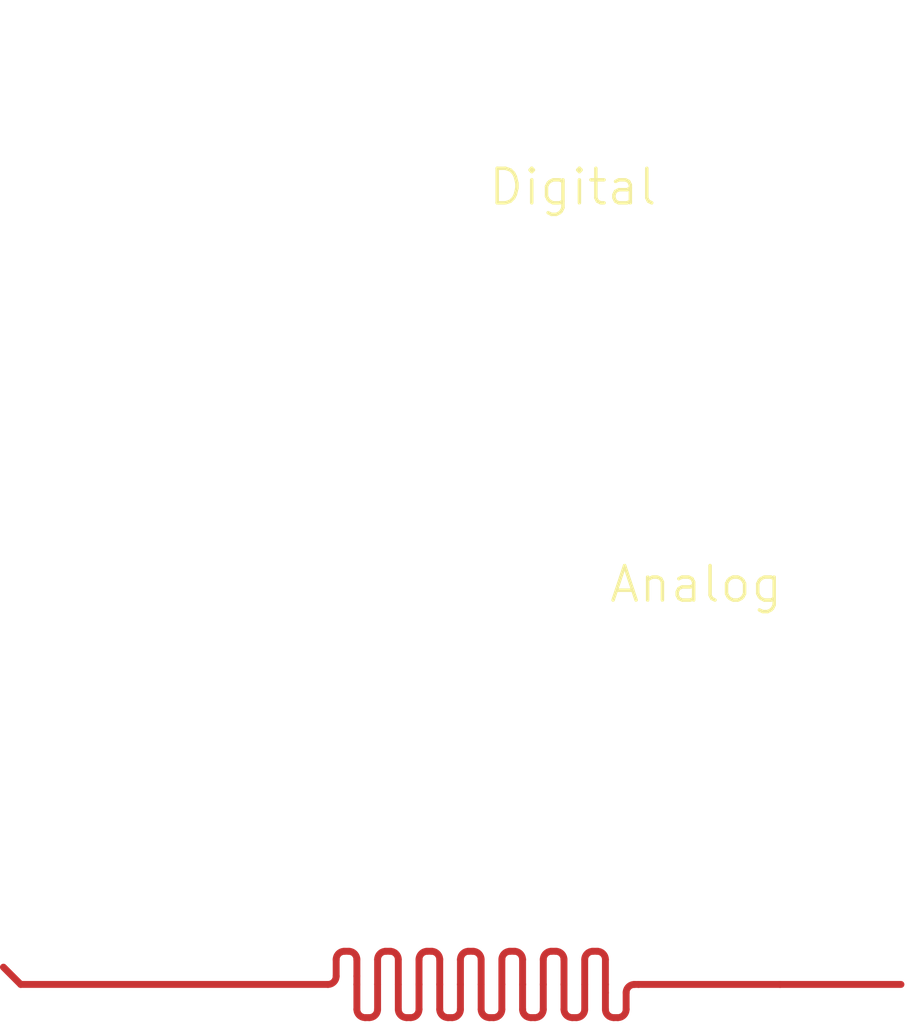
<source format=kicad_pcb>
(kicad_pcb
	(version 20240108)
	(generator "pcbnew")
	(generator_version "8.0")
	(general
		(thickness 1.6)
		(legacy_teardrops no)
	)
	(paper "A4")
	(layers
		(0 "F.Cu" signal)
		(1 "In1.Cu" signal)
		(2 "In2.Cu" signal)
		(31 "B.Cu" signal)
		(32 "B.Adhes" user "B.Adhesive")
		(33 "F.Adhes" user "F.Adhesive")
		(34 "B.Paste" user)
		(35 "F.Paste" user)
		(36 "B.SilkS" user "B.Silkscreen")
		(37 "F.SilkS" user "F.Silkscreen")
		(38 "B.Mask" user)
		(39 "F.Mask" user)
		(40 "Dwgs.User" user "User.Drawings")
		(41 "Cmts.User" user "User.Comments")
		(42 "Eco1.User" user "User.Eco1")
		(43 "Eco2.User" user "User.Eco2")
		(44 "Edge.Cuts" user)
		(45 "Margin" user)
		(46 "B.CrtYd" user "B.Courtyard")
		(47 "F.CrtYd" user "F.Courtyard")
		(48 "B.Fab" user)
		(49 "F.Fab" user)
		(50 "User.1" user)
		(51 "User.2" user)
		(52 "User.3" user)
		(53 "User.4" user)
		(54 "User.5" user)
		(55 "User.6" user)
		(56 "User.7" user)
		(57 "User.8" user)
		(58 "User.9" user)
	)
	(setup
		(stackup
			(layer "F.SilkS"
				(type "Top Silk Screen")
			)
			(layer "F.Paste"
				(type "Top Solder Paste")
			)
			(layer "F.Mask"
				(type "Top Solder Mask")
				(thickness 0.01)
			)
			(layer "F.Cu"
				(type "copper")
				(thickness 0.035)
			)
			(layer "dielectric 1"
				(type "prepreg")
				(thickness 0.1)
				(material "FR4")
				(epsilon_r 4.5)
				(loss_tangent 0.02)
			)
			(layer "In1.Cu"
				(type "copper")
				(thickness 0.035)
			)
			(layer "dielectric 2"
				(type "core")
				(thickness 1.24)
				(material "FR4")
				(epsilon_r 4.5)
				(loss_tangent 0.02)
			)
			(layer "In2.Cu"
				(type "copper")
				(thickness 0.035)
			)
			(layer "dielectric 3"
				(type "prepreg")
				(thickness 0.1)
				(material "FR4")
				(epsilon_r 4.5)
				(loss_tangent 0.02)
			)
			(layer "B.Cu"
				(type "copper")
				(thickness 0.035)
			)
			(layer "B.Mask"
				(type "Bottom Solder Mask")
				(thickness 0.01)
			)
			(layer "B.Paste"
				(type "Bottom Solder Paste")
			)
			(layer "B.SilkS"
				(type "Bottom Silk Screen")
			)
			(copper_finish "None")
			(dielectric_constraints no)
		)
		(pad_to_mask_clearance 0)
		(allow_soldermask_bridges_in_footprints no)
		(pcbplotparams
			(layerselection 0x00010fc_ffffffff)
			(plot_on_all_layers_selection 0x0000000_00000000)
			(disableapertmacros no)
			(usegerberextensions no)
			(usegerberattributes yes)
			(usegerberadvancedattributes yes)
			(creategerberjobfile yes)
			(dashed_line_dash_ratio 12.000000)
			(dashed_line_gap_ratio 3.000000)
			(svgprecision 4)
			(plotframeref no)
			(viasonmask no)
			(mode 1)
			(useauxorigin no)
			(hpglpennumber 1)
			(hpglpenspeed 20)
			(hpglpendiameter 15.000000)
			(pdf_front_fp_property_popups yes)
			(pdf_back_fp_property_popups yes)
			(dxfpolygonmode yes)
			(dxfimperialunits yes)
			(dxfusepcbnewfont yes)
			(psnegative no)
			(psa4output no)
			(plotreference yes)
			(plotvalue yes)
			(plotfptext yes)
			(plotinvisibletext no)
			(sketchpadsonfab no)
			(subtractmaskfromsilk no)
			(outputformat 1)
			(mirror no)
			(drillshape 1)
			(scaleselection 1)
			(outputdirectory "")
		)
	)
	(net 0 "")
	(net 1 "GND")
	(gr_text "Digital"
		(at 109.5 -48 0)
		(layer "F.SilkS")
		(uuid "2af9ce1a-333e-44a9-8744-170f4f3cd209")
		(effects
			(font
				(size 1 1)
				(thickness 0.1)
			)
			(justify left bottom)
		)
	)
	(gr_text "Analog"
		(at 113 -36.5 0)
		(layer "F.SilkS")
		(uuid "321bfd69-bc69-4a37-84dd-da04b0aa469d")
		(effects
			(font
				(size 1 1)
				(thickness 0.1)
			)
			(justify left bottom)
		)
	)
	(segment
		(start 112.938647 -25.26)
		(end 112.938647 -24.779853)
		(width 0.2)
		(layer "F.Cu")
		(net 0)
		(uuid "055d6714-c21d-4fa2-b7ec-3eb3d0b31109")
	)
	(segment
		(start 110.538647 -26.220149)
		(end 110.538647 -25.5)
		(width 0.2)
		(layer "F.Cu")
		(net 0)
		(uuid "0af5ad13-2546-47c1-bb30-f3e52b45ae1e")
	)
	(segment
		(start 109.938647 -24.779852)
		(end 109.938647 -25.5)
		(width 0.2)
		(layer "F.Cu")
		(net 0)
		(uuid "0c40d884-0460-4668-a0df-4cdd21bb7949")
	)
	(segment
		(start 112.338647 -25.5)
		(end 112.338647 -26.220156)
		(width 0.2)
		(layer "F.Cu")
		(net 0)
		(uuid "0e3ad662-a29c-41ea-9d8d-2793b97e6070")
	)
	(segment
		(start 105.978647 -24.539851)
		(end 106.098647 -24.539851)
		(width 0.2)
		(layer "F.Cu")
		(net 0)
		(uuid "1050232c-7c4f-4408-9ad2-efe42186c794")
	)
	(segment
		(start 107.178647 -24.539851)
		(end 107.298647 -24.539851)
		(width 0.2)
		(layer "F.Cu")
		(net 0)
		(uuid "106ef8d8-fa6b-4758-abd3-c95ed90cc192")
	)
	(segment
		(start 106.578647 -26.460149)
		(end 106.698647 -26.460149)
		(width 0.2)
		(layer "F.Cu")
		(net 0)
		(uuid "12aeb92a-0ebc-4f9f-b59f-27f8f6e81da7")
	)
	(segment
		(start 112.338647 -24.779852)
		(end 112.338647 -25.5)
		(width 0.2)
		(layer "F.Cu")
		(net 0)
		(uuid "14492ee7-7330-4fa3-b07c-c1d4c37b1ce0")
	)
	(segment
		(start 111.978647 -24.539852)
		(end 112.098647 -24.539852)
		(width 0.2)
		(layer "F.Cu")
		(net 0)
		(uuid "24ee4e62-b96d-4625-ae28-c59b5d6d1371")
	)
	(segment
		(start 107.778647 -26.460149)
		(end 107.898647 -26.460149)
		(width 0.2)
		(layer "F.Cu")
		(net 0)
		(uuid "27cef8af-1189-4c3d-9470-ea568d7377ee")
	)
	(segment
		(start 106.338647 -24.779851)
		(end 106.338647 -25.5)
		(width 0.2)
		(layer "F.Cu")
		(net 0)
		(uuid "28d0e607-c552-4140-8db4-90063316e8d7")
	)
	(segment
		(start 108.138647 -26.220149)
		(end 108.138647 -25.5)
		(width 0.2)
		(layer "F.Cu")
		(net 0)
		(uuid "2992eb4c-9f5f-4cd7-aab8-9c7b1acdc4c1")
	)
	(segment
		(start 96 -25.5)
		(end 104.898647 -25.5)
		(width 0.2)
		(layer "F.Cu")
		(net 0)
		(uuid "355123e1-aa6c-4889-9765-2c082bf361ec")
	)
	(segment
		(start 107.538647 -24.779851)
		(end 107.538647 -25.5)
		(width 0.2)
		(layer "F.Cu")
		(net 0)
		(uuid "360b9aca-e0b3-40e8-950c-a1117b2e6f39")
	)
	(segment
		(start 105.738647 -26.220149)
		(end 105.738647 -25.74)
		(width 0.2)
		(layer "F.Cu")
		(net 0)
		(uuid "389469de-5fbf-470f-8b21-4289c814fca3")
	)
	(segment
		(start 110.538647 -25.5)
		(end 110.538647 -24.779852)
		(width 0.2)
		(layer "F.Cu")
		(net 0)
		(uuid "4766d5d7-d5ba-44a1-a5d4-038e7464d0ae")
	)
	(segment
		(start 106.938647 -26.220149)
		(end 106.938647 -25.5)
		(width 0.2)
		(layer "F.Cu")
		(net 0)
		(uuid "48a3ba34-4bd9-4cdf-a805-2b3c947f60c6")
	)
	(segment
		(start 112.938647 -25.5)
		(end 112.938647 -25.26)
		(width 0.2)
		(layer "F.Cu")
		(net 0)
		(uuid "493b1993-ef24-4abc-a5d8-d949ae6b892b")
	)
	(segment
		(start 111.138647 -25.5)
		(end 111.138647 -26.220149)
		(width 0.2)
		(layer "F.Cu")
		(net 0)
		(uuid "4def3bb7-06aa-40f8-acdf-d214ba1f13e6")
	)
	(segment
		(start 113.538647 -24.779853)
		(end 113.538647 -25.26)
		(width 0.2)
		(layer "F.Cu")
		(net 0)
		(uuid "4e69bd8e-0588-4984-a93c-289337b2a1c6")
	)
	(segment
		(start 110.778647 -24.539852)
		(end 110.898647 -24.539852)
		(width 0.2)
		(layer "F.Cu")
		(net 0)
		(uuid "5dd84b8e-a823-4316-8e0f-2a4e220c4e8b")
	)
	(segment
		(start 106.338647 -25.5)
		(end 106.338647 -26.220149)
		(width 0.2)
		(layer "F.Cu")
		(net 0)
		(uuid "5e566e2e-56e8-4531-804c-12a9aa508e74")
	)
	(segment
		(start 109.338647 -25.5)
		(end 109.338647 -24.779852)
		(width 0.2)
		(layer "F.Cu")
		(net 0)
		(uuid "63113bc6-37f4-4809-a0f0-9da263781baf")
	)
	(segment
		(start 105.738647 -25.5)
		(end 105.738647 -24.779851)
		(width 0.2)
		(layer "F.Cu")
		(net 0)
		(uuid "6786c780-30d2-4c75-9c41-a1126a7a66a7")
	)
	(segment
		(start 113.778647 -25.5)
		(end 113.898647 -25.5)
		(width 0.2)
		(layer "F.Cu")
		(net 0)
		(uuid "77911e12-75d0-4296-80d8-8880e88257c4")
	)
	(segment
		(start 108.738647 -24.779852)
		(end 108.738647 -25.5)
		(width 0.2)
		(layer "F.Cu")
		(net 0)
		(uuid "79c1e956-7858-4295-aa6d-a2664d4dc2b9")
	)
	(segment
		(start 109.938647 -25.5)
		(end 109.938647 -26.220149)
		(width 0.2)
		(layer "F.Cu")
		(net 0)
		(uuid "80b800cb-3678-4351-83ef-97ba083fe084")
	)
	(segment
		(start 109.338647 -26.220149)
		(end 109.338647 -25.5)
		(width 0.2)
		(layer "F.Cu")
		(net 0)
		(uuid "8666f082-c5ff-40fc-b810-76210bcdd63b")
	)
	(segment
		(start 106.938647 -25.5)
		(end 106.938647 -24.779851)
		(width 0.2)
		(layer "F.Cu")
		(net 0)
		(uuid "8efbabce-b8c0-4952-9350-56653e278db0")
	)
	(segment
		(start 95.5 -26)
		(end 96 -25.5)
		(width 0.2)
		(layer "F.Cu")
		(net 0)
		(uuid "969c36f1-9dd4-4148-88f8-48c58baa33cb")
	)
	(segment
		(start 108.738647 -25.5)
		(end 108.738647 -26.220149)
		(width 0.2)
		(layer "F.Cu")
		(net 0)
		(uuid "a2e19dba-2950-4d21-9c59-de242f0bb11d")
	)
	(segment
		(start 111.738647 -26.220149)
		(end 111.738647 -25.5)
		(width 0.2)
		(layer "F.Cu")
		(net 0)
		(uuid "addbc89c-eea1-4347-b5a6-66d8494d2fe1")
	)
	(segment
		(start 107.538647 -25.5)
		(end 107.538647 -26.220149)
		(width 0.2)
		(layer "F.Cu")
		(net 0)
		(uuid "b1d54405-3ced-4b6b-98ab-42d25d6e01cb")
	)
	(segment
		(start 108.138647 -25.5)
		(end 108.138647 -24.779852)
		(width 0.2)
		(layer "F.Cu")
		(net 0)
		(uuid "b3748e43-fc7e-4c0a-ae8a-6c971b4ebfe7")
	)
	(segment
		(start 111.378647 -26.460149)
		(end 111.498647 -26.460149)
		(width 0.2)
		(layer "F.Cu")
		(net 0)
		(uuid "b6665730-b5ef-4825-b04d-ab14ad429ba6")
	)
	(segment
		(start 111.738647 -25.5)
		(end 111.738647 -24.779852)
		(width 0.2)
		(layer "F.Cu")
		(net 0)
		(uuid "b99fbba5-4a71-4f9d-90b8-344af685daaf")
	)
	(segment
		(start 118 -25.5)
		(end 121.5 -25.5)
		(width 0.2)
		(layer "F.Cu")
		(net 0)
		(uuid "bc50c7a4-e170-4685-a665-c73be291abad")
	)
	(segment
		(start 113.898647 -25.5)
		(end 118 -25.5)
		(width 0.2)
		(layer "F.Cu")
		(net 0)
		(uuid "c10ffad0-5a0e-4322-bce7-4af092737c56")
	)
	(segment
		(start 105.138647 -25.74)
		(end 105.138647 -26.220149)
		(width 0.2)
		(layer "F.Cu")
		(net 0)
		(uuid "c9aa19d3-aece-4540-9ff4-694fc1e4d8ca")
	)
	(segment
		(start 113.178647 -24.539853)
		(end 113.298647 -24.539853)
		(width 0.2)
		(layer "F.Cu")
		(net 0)
		(uuid "d22219b9-07af-4f40-a3c1-12c52fd6b8e5")
	)
	(segment
		(start 111.138647 -24.779852)
		(end 111.138647 -25.5)
		(width 0.2)
		(layer "F.Cu")
		(net 0)
		(uuid "d5e7905e-8db1-401f-8319-9c3e24cbe46c")
	)
	(segment
		(start 108.378647 -24.539852)
		(end 108.498647 -24.539852)
		(width 0.2)
		(layer "F.Cu")
		(net 0)
		(uuid "d6260dda-039c-43a1-b9a0-c3d7792471b8")
	)
	(segment
		(start 105.378647 -26.460149)
		(end 105.498647 -26.460149)
		(width 0.2)
		(layer "F.Cu")
		(net 0)
		(uuid "d746f106-961e-43c3-9147-14f458a39abe")
	)
	(segment
		(start 112.938647 -26.220156)
		(end 112.938647 -25.5)
		(width 0.2)
		(layer "F.Cu")
		(net 0)
		(uuid "d946586c-8aa9-46cd-a71a-b55932e16a3a")
	)
	(segment
		(start 108.978647 -26.460149)
		(end 109.098647 -26.460149)
		(width 0.2)
		(layer "F.Cu")
		(net 0)
		(uuid "e7d53b20-05e6-4bb8-9e2f-96880bf7dde8")
	)
	(segment
		(start 109.578647 -24.539852)
		(end 109.698647 -24.539852)
		(width 0.2)
		(layer "F.Cu")
		(net 0)
		(uuid "eda102f7-3801-406b-81fd-4afc115926ac")
	)
	(segment
		(start 110.178647 -26.460149)
		(end 110.298647 -26.460149)
		(width 0.2)
		(layer "F.Cu")
		(net 0)
		(uuid "f2978777-041c-40b5-97da-9ddc614d2f30")
	)
	(segment
		(start 112.578647 -26.460156)
		(end 112.698647 -26.460156)
		(width 0.2)
		(layer "F.Cu")
		(net 0)
		(uuid "fb8d6951-28f1-4eb2-9cdc-33c666b77d56")
	)
	(segment
		(start 105.738647 -25.74)
		(end 105.738647 -25.5)
		(width 0.2)
		(layer "F.Cu")
		(net 0)
		(uuid "fe2ede29-04a6-463d-9b09-725b5707248c")
	)
	(arc
		(start 110.298647 -26.460149)
		(mid 110.468353 -26.389855)
		(end 110.538647 -26.220149)
		(width 0.2)
		(layer "F.Cu")
		(net 0)
		(uuid "12b7022c-00a1-4865-9a51-0ba62c9c27a9")
	)
	(arc
		(start 113.538647 -25.26)
		(mid 113.608941 -25.429706)
		(end 113.778647 -25.5)
		(width 0.2)
		(layer "F.Cu")
		(net 0)
		(uuid "29579373-90f4-4d0d-99e7-78dbcabe14cb")
	)
	(arc
		(start 107.538647 -26.220149)
		(mid 107.608941 -26.389855)
		(end 107.778647 -26.460149)
		(width 0.2)
		(layer "F.Cu")
		(net 0)
		(uuid "33fa2f27-a259-4242-b128-adaf90b6ad5f")
	)
	(arc
		(start 113.298647 -24.539853)
		(mid 113.468353 -24.610147)
		(end 113.538647 -24.779853)
		(width 0.2)
		(layer "F.Cu")
		(net 0)
		(uuid "3a79cd31-3675-4b48-acde-62c3a1e788f1")
	)
	(arc
		(start 112.698647 -26.460156)
		(mid 112.868353 -26.389862)
		(end 112.938647 -26.220156)
		(width 0.2)
		(layer "F.Cu")
		(net 0)
		(uuid "4107e612-d293-445e-bd6e-f7c81fbeee55")
	)
	(arc
		(start 106.698647 -26.460149)
		(mid 106.868353 -26.389855)
		(end 106.938647 -26.220149)
		(width 0.2)
		(layer "F.Cu")
		(net 0)
		(uuid "42dde85f-96e2-4b8e-ab3f-08b85a7dec7d")
	)
	(arc
		(start 112.938647 -24.779853)
		(mid 113.008941 -24.610147)
		(end 113.178647 -24.539853)
		(width 0.2)
		(layer "F.Cu")
		(net 0)
		(uuid "46c47e72-3d32-46c4-9e13-90852ad8c657")
	)
	(arc
		(start 112.098647 -24.539852)
		(mid 112.268353 -24.610146)
		(end 112.338647 -24.779852)
		(width 0.2)
		(layer "F.Cu")
		(net 0)
		(uuid "4aac7d8a-3759-48e7-9739-af78cc8bf63c")
	)
	(arc
		(start 110.538647 -24.779852)
		(mid 110.608941 -24.610146)
		(end 110.778647 -24.539852)
		(width 0.2)
		(layer "F.Cu")
		(net 0)
		(uuid "4ae21c7a-d683-4c52-aa68-9dc6d6513a3d")
	)
	(arc
		(start 105.138647 -26.220149)
		(mid 105.208941 -26.389855)
		(end 105.378647 -26.460149)
		(width 0.2)
		(layer "F.Cu")
		(net 0)
		(uuid "53007ee8-8f35-44da-80b1-dbb9674d7276")
	)
	(arc
		(start 112.338647 -26.220156)
		(mid 112.408941 -26.389862)
		(end 112.578647 -26.460156)
		(width 0.2)
		(layer "F.Cu")
		(net 0)
		(uuid "550e0cc1-5073-4078-baf8-707dfff0cca1")
	)
	(arc
		(start 109.098647 -26.460149)
		(mid 109.268353 -26.389855)
		(end 109.338647 -26.220149)
		(width 0.2)
		(layer "F.Cu")
		(net 0)
		(uuid "5a8c5708-6ae5-48a6-88c4-d027a5cce30d")
	)
	(arc
		(start 111.138647 -26.220149)
		(mid 111.208941 -26.389855)
		(end 111.378647 -26.460149)
		(width 0.2)
		(layer "F.Cu")
		(net 0)
		(uuid "7f301976-bd17-4bab-8b31-f5f355bc5619")
	)
	(arc
		(start 107.898647 -26.460149)
		(mid 108.068353 -26.389855)
		(end 108.138647 -26.220149)
		(width 0.2)
		(layer "F.Cu")
		(net 0)
		(uuid "82dde1d0-020c-472b-a74b-7edc72862ab4")
	)
	(arc
		(start 109.938647 -26.220149)
		(mid 110.008941 -26.389855)
		(end 110.178647 -26.460149)
		(width 0.2)
		(layer "F.Cu")
		(net 0)
		(uuid "9efc73aa-e8d8-4ff6-ae06-2cf3d3419860")
	)
	(arc
		(start 104.898647 -25.5)
		(mid 105.068353 -25.570294)
		(end 105.138647 -25.74)
		(width 0.2)
		(layer "F.Cu")
		(net 0)
		(uuid "a10255d4-6f7d-4b95-846b-d0a99fb05a10")
	)
	(arc
		(start 111.498647 -26.460149)
		(mid 111.668353 -26.389855)
		(end 111.738647 -26.220149)
		(width 0.2)
		(layer "F.Cu")
		(net 0)
		(uuid "a183be77-787d-42be-9718-430b347165e1")
	)
	(arc
		(start 107.298647 -24.539851)
		(mid 107.468353 -24.610145)
		(end 107.538647 -24.779851)
		(width 0.2)
		(layer "F.Cu")
		(net 0)
		(uuid "ac7a3c0c-fee1-4e6b-a412-d9ed1ae4cb65")
	)
	(arc
		(start 110.898647 -24.539852)
		(mid 111.068353 -24.610146)
		(end 111.138647 -24.779852)
		(width 0.2)
		(layer "F.Cu")
		(net 0)
		(uuid "b1d53f1f-7ad3-4010-8893-358b6df809ef")
	)
	(arc
		(start 108.498647 -24.539852)
		(mid 108.668353 -24.610146)
		(end 108.738647 -24.779852)
		(width 0.2)
		(layer "F.Cu")
		(net 0)
		(uuid "b546a86e-fedd-4ff0-aa27-47bb066d23b0")
	)
	(arc
		(start 105.738647 -24.779851)
		(mid 105.808941 -24.610145)
		(end 105.978647 -24.539851)
		(width 0.2)
		(layer "F.Cu")
		(net 0)
		(uuid "b966ce39-4bfb-41f4-92e6-8da8f3226948")
	)
	(arc
		(start 111.738647 -24.779852)
		(mid 111.808941 -24.610146)
		(end 111.978647 -24.539852)
		(width 0.2)
		(layer "F.Cu")
		(net 0)
		(uuid "b9acbac7-ba69-4454-be63-716b1510c307")
	)
	(arc
		(start 109.698647 -24.539852)
		(mid 109.868353 -24.610146)
		(end 109.938647 -24.779852)
		(width 0.2)
		(layer "F.Cu")
		(net 0)
		(uuid "bb21014c-efec-4450-92d7-173d8b910952")
	)
	(arc
		(start 106.098647 -24.539851)
		(mid 106.268353 -24.610145)
		(end 106.338647 -24.779851)
		(width 0.2)
		(layer "F.Cu")
		(net 0)
		(uuid "cbc094fb-2b78-42f1-8b51-f6a6431331d8")
	)
	(arc
		(start 106.338647 -26.220149)
		(mid 106.408941 -26.389855)
		(end 106.578647 -26.460149)
		(width 0.2)
		(layer "F.Cu")
		(net 0)
		(uuid "ce3aa1fa-5acc-41e9-8437-c32cb1489d4c")
	)
	(arc
		(start 109.338647 -24.779852)
		(mid 109.408941 -24.610146)
		(end 109.578647 -24.539852)
		(width 0.2)
		(layer "F.Cu")
		(net 0)
		(uuid "d949a99f-4ad3-4d4e-a30a-a8305e24ab2a")
	)
	(arc
		(start 108.138647 -24.779852)
		(mid 108.208941 -24.610146)
		(end 108.378647 -24.539852)
		(width 0.2)
		(layer "F.Cu")
		(net 0)
		(uuid "dba9be0f-c99b-49f5-8f8d-4a3e1764314f")
	)
	(arc
		(start 105.498647 -26.460149)
		(mid 105.668353 -26.389855)
		(end 105.738647 -26.220149)
		(width 0.2)
		(layer "F.Cu")
		(net 0)
		(uuid "f1aacd4f-2459-4fa0-80c1-7725dc58a7b9")
	)
	(arc
		(start 106.938647 -24.779851)
		(mid 107.008941 -24.610145)
		(end 107.178647 -24.539851)
		(width 0.2)
		(layer "F.Cu")
		(net 0)
		(uuid "f23e6525-1007-420f-961e-eeed5ef2df7c")
	)
	(arc
		(start 108.738647 -26.220149)
		(mid 108.808941 -26.389855)
		(end 108.978647 -26.460149)
		(width 0.2)
		(layer "F.Cu")
		(net 0)
		(uuid "fc929c57-f7fd-479a-8766-a001ac999d49")
	)
	(zone
		(net 1)
		(net_name "GND")
		(layer "In1.Cu")
		(uuid "3d02a257-90f9-458d-8cb3-2e5c8da125b9")
		(hatch edge 0.5)
		(connect_pads
			(clearance 0.5)
		)
		(min_thickness 0.25)
		(filled_areas_thickness no)
		(fill yes
			(thermal_gap 0.5)
			(thermal_bridge_width 0.5)
			(island_removal_mode 1)
			(island_area_min 10)
		)
		(polygon
			(pts
				(xy 122 -34) (xy 122 -40.5) (xy 108 -40.5) (xy 108 -43) (xy 122 -43) (xy 122 -54) (xy 102 -54) (xy 102 -34)
			)
		)
	)
	(generated
		(uuid "6e6a1093-86c0-4f12-a40d-63bd1913bb5a")
		(type tuning_pattern)
		(name "Tuning Pattern")
		(layer "F.Cu")
		(base_line
			(pts
				(xy 104.898647 -25.5) (xy 118 -25.5)
			)
		)
		(corner_radius_percent 80)
		(end
			(xy 118 -25.5)
		)
		(initial_side "left")
		(last_diff_pair_gap 0.18)
		(last_netname "")
		(last_status "tuned")
		(last_track_width 0.2)
		(last_tuning "1968.50 mils (tuned)")
		(max_amplitude 1)
		(min_amplitude 0.2)
		(min_spacing 0.6)
		(origin
			(xy 104.898647 -25.5)
		)
		(override_custom_rules no)
		(rounded yes)
		(single_sided no)
		(target_length 50)
		(target_length_max 50.1)
		(target_length_min 49.9)
		(target_skew 0)
		(target_skew_max 0.1)
		(target_skew_min -0.1)
		(tuning_mode "single")
		(members 055d6714-c21d-4fa2-b7ec-3eb3d0b31109 0af5ad13-2546-47c1-bb30-f3e52b45ae1e
			0c40d884-0460-4668-a0df-4cdd21bb7949 0e3ad662-a29c-41ea-9d8d-2793b97e6070
			1050232c-7c4f-4408-9ad2-efe42186c794 106ef8d8-fa6b-4758-abd3-c95ed90cc192
			12aeb92a-0ebc-4f9f-b59f-27f8f6e81da7 12b7022c-00a1-4865-9a51-0ba62c9c27a9
			14492ee7-7330-4fa3-b07c-c1d4c37b1ce0 24ee4e62-b96d-4625-ae28-c59b5d6d1371
			27cef8af-1189-4c3d-9470-ea568d7377ee 28d0e607-c552-4140-8db4-90063316e8d7
			29579373-90f4-4d0d-99e7-78dbcabe14cb 2992eb4c-9f5f-4cd7-aab8-9c7b1acdc4c1
			33fa2f27-a259-4242-b128-adaf90b6ad5f 360b9aca-e0b3-40e8-950c-a1117b2e6f39
			389469de-5fbf-470f-8b21-4289c814fca3 3a79cd31-3675-4b48-acde-62c3a1e788f1
			4107e612-d293-445e-bd6e-f7c81fbeee55 42dde85f-96e2-4b8e-ab3f-08b85a7dec7d
			46c47e72-3d32-46c4-9e13-90852ad8c657 4766d5d7-d5ba-44a1-a5d4-038e7464d0ae
			48a3ba34-4bd9-4cdf-a805-2b3c947f60c6 493b1993-ef24-4abc-a5d8-d949ae6b892b
			4aac7d8a-3759-48e7-9739-af78cc8bf63c 4ae21c7a-d683-4c52-aa68-9dc6d6513a3d
			4def3bb7-06aa-40f8-acdf-d214ba1f13e6 4e69bd8e-0588-4984-a93c-289337b2a1c6
			53007ee8-8f35-44da-80b1-dbb9674d7276 550e0cc1-5073-4078-baf8-707dfff0cca1
			5a8c5708-6ae5-48a6-88c4-d027a5cce30d 5dd84b8e-a823-4316-8e0f-2a4e220c4e8b
			5e566e2e-56e8-4531-804c-12a9aa508e74 63113bc6-37f4-4809-a0f0-9da263781baf
			6786c780-30d2-4c75-9c41-a1126a7a66a7 77911e12-75d0-4296-80d8-8880e88257c4
			79c1e956-7858-4295-aa6d-a2664d4dc2b9 7f301976-bd17-4bab-8b31-f5f355bc5619
			80b800cb-3678-4351-83ef-97ba083fe084 82dde1d0-020c-472b-a74b-7edc72862ab4
			8666f082-c5ff-40fc-b810-76210bcdd63b 8efbabce-b8c0-4952-9350-56653e278db0
			9efc73aa-e8d8-4ff6-ae06-2cf3d3419860 a10255d4-6f7d-4b95-846b-d0a99fb05a10
			a183be77-787d-42be-9718-430b347165e1 a2e19dba-2950-4d21-9c59-de242f0bb11d
			ac7a3c0c-fee1-4e6b-a412-d9ed1ae4cb65 addbc89c-eea1-4347-b5a6-66d8494d2fe1
			b1d53f1f-7ad3-4010-8893-358b6df809ef b1d54405-3ced-4b6b-98ab-42d25d6e01cb
			b3748e43-fc7e-4c0a-ae8a-6c971b4ebfe7 b546a86e-fedd-4ff0-aa27-47bb066d23b0
			b6665730-b5ef-4825-b04d-ab14ad429ba6 b966ce39-4bfb-41f4-92e6-8da8f3226948
			b99fbba5-4a71-4f9d-90b8-344af685daaf b9acbac7-ba69-4454-be63-716b1510c307
			bb21014c-efec-4450-92d7-173d8b910952 c10ffad0-5a0e-4322-bce7-4af092737c56
			c9aa19d3-aece-4540-9ff4-694fc1e4d8ca cbc094fb-2b78-42f1-8b51-f6a6431331d8
			ce3aa1fa-5acc-41e9-8437-c32cb1489d4c d22219b9-07af-4f40-a3c1-12c52fd6b8e5
			d5e7905e-8db1-401f-8319-9c3e24cbe46c d6260dda-039c-43a1-b9a0-c3d7792471b8
			d746f106-961e-43c3-9147-14f458a39abe d946586c-8aa9-46cd-a71a-b55932e16a3a
			d949a99f-4ad3-4d4e-a30a-a8305e24ab2a dba9be0f-c99b-49f5-8f8d-4a3e1764314f
			e7d53b20-05e6-4bb8-9e2f-96880bf7dde8 eda102f7-3801-406b-81fd-4afc115926ac
			f1aacd4f-2459-4fa0-80c1-7725dc58a7b9 f23e6525-1007-420f-961e-eeed5ef2df7c
			f2978777-041c-40b5-97da-9ddc614d2f30 fb8d6951-28f1-4eb2-9cdc-33c666b77d56
			fc929c57-f7fd-479a-8766-a001ac999d49 fe2ede29-04a6-463d-9b09-725b5707248c
		)
	)
)

</source>
